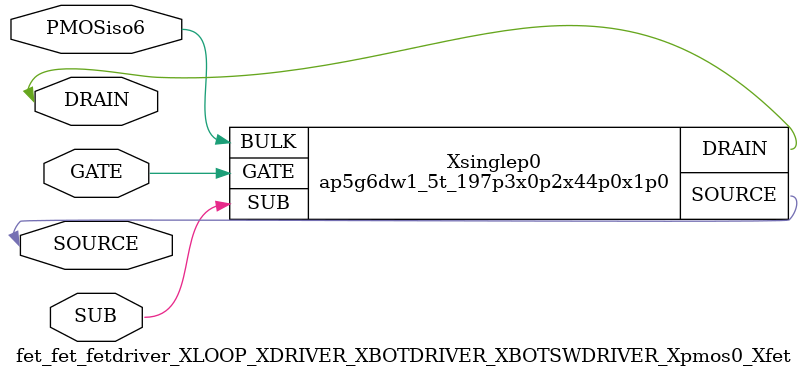
<source format=v>

module ap5g6dw1_5t_197p3x0p2x44p0x1p0 (DRAIN,GATE,SOURCE,BULK,SUB);
  input GATE;
  input BULK;
  input SUB;
  inout SOURCE;
  inout DRAIN;
endmodule

//Celera Confidential Do Not Copy fet_fet_fetdriver_XLOOP_XDRIVER_XBOTDRIVER_XBOTSWDRIVER_Xpmos0_Xfet
//Celera Confidential Symbol Generator
//power PMOS:Ron:2.000 Ohm
//Vgs 6V Vds 6V
//Kelvin:no

module fet_fet_fetdriver_XLOOP_XDRIVER_XBOTDRIVER_XBOTSWDRIVER_Xpmos0_Xfet (GATE,SOURCE,DRAIN,PMOSiso6,SUB);
input GATE;
inout SOURCE;
inout DRAIN;
input SUB;
input PMOSiso6;

//Celera Confidential Do Not Copy ap5g6dw1_5t_197p3x0p2x44p0x1p0
ap5g6dw1_5t_197p3x0p2x44p0x1p0 Xsinglep0(
.DRAIN (DRAIN),
.GATE (GATE),
.SOURCE (SOURCE),
.BULK (PMOSiso6),
.SUB (SUB)
);
//,diesize,ap5g6dw1_5t_197p3x0p2x44p0x1p0

//Celera Confidential Do Not Copy Module End
//Celera Schematic Generator
endmodule

</source>
